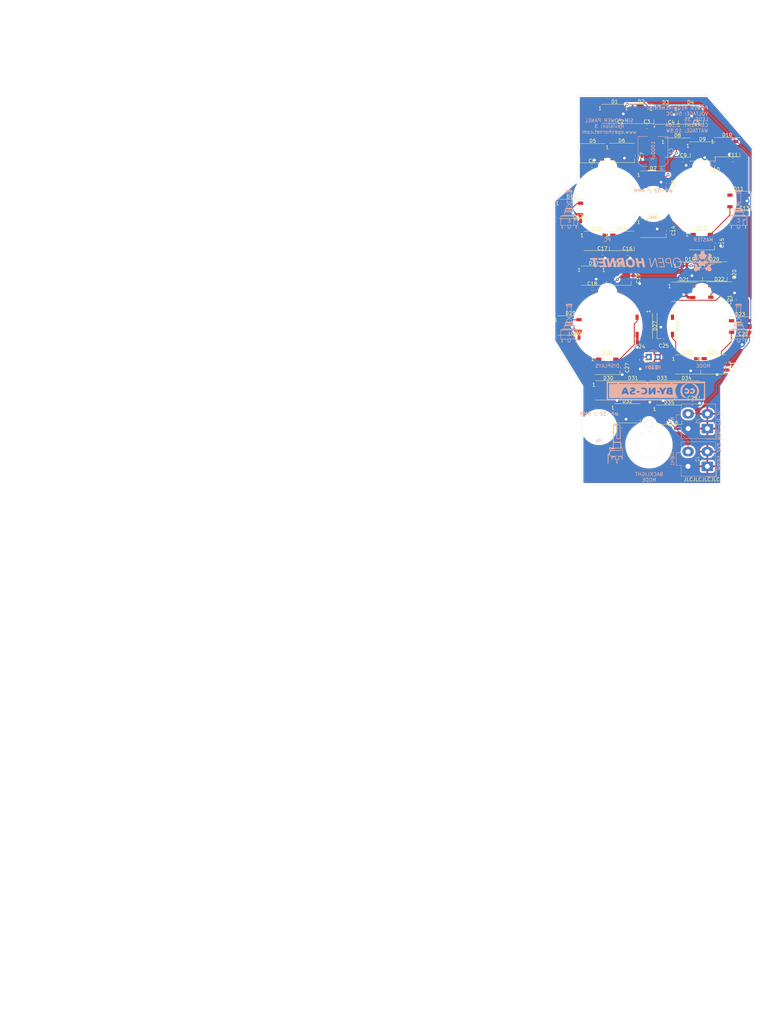
<source format=kicad_pcb>
(kicad_pcb (version 20211014) (generator pcbnew)
  (title_block (title "SIM POWER PANEL") (date "2023-02-10") (rev "3"))
  (layers (0 "F.Cu" signal) (31 "B.Cu" signal) (34 "B.Paste" user) (35 "F.Paste" user) (36 "B.SilkS" user "B.Silkscreen") (37 "F.SilkS" user "F.Silkscreen") (38 "B.Mask" user) (39 "F.Mask" user) (44 "Edge.Cuts" user))
  (net 0 "")
  (net 1 "/LEDGND")
  (net 2 "/LED+5V")
  (net 3 "Net-(D2-Pad2)")
  (net 4 "/DATAIN")
  (net 5 "Net-(D3-Pad2)")
  (net 6 "Net-(D4-Pad2)")
  (net 7 "Net-(D5-Pad2)")
  (net 8 "Net-(D6-Pad2)")
  (net 9 "Net-(D7-Pad2)")
  (net 10 "Net-(D8-Pad2)")
  (net 11 "Net-(D10-Pad4)")
  (net 12 "Net-(D10-Pad2)")
  (net 13 "Net-(D11-Pad2)")
  (net 14 "Net-(D12-Pad2)")
  (net 15 "Net-(D13-Pad2)")
  (net 16 "Net-(D14-Pad2)")
  (net 17 "Net-(D15-Pad2)")
  (net 18 "Net-(D16-Pad2)")
  (net 19 "Net-(D17-Pad2)")
  (net 20 "Net-(D18-Pad2)")
  (net 21 "Net-(D19-Pad2)")
  (net 22 "Net-(D20-Pad2)")
  (net 23 "Net-(D21-Pad2)")
  (net 24 "Net-(D22-Pad2)")
  (net 25 "Net-(D23-Pad2)")
  (net 26 "Net-(D24-Pad2)")
  (net 27 "Net-(D25-Pad2)")
  (net 28 "Net-(D26-Pad2)")
  (net 29 "Net-(D27-Pad2)")
  (net 30 "Net-(D28-Pad2)")
  (net 31 "Net-(D29-Pad2)")
  (net 32 "Net-(D30-Pad2)")
  (net 33 "Net-(D31-Pad2)")
  (net 34 "Net-(D32-Pad2)")
  (net 35 "/DATAOUT")
  (net 36 "Net-(D33-Pad2)")
  (net 37 "Net-(D1-Pad2)")
  (net 38 "Net-(D34-Pad2)")
  (net 39 "Net-(D36-Pad1)")
  (footprint "OH_Footprints:LED_WS2812B_PLCC4_5.0x5.0mm_P3.2mm" (layer "F.Cu") (at 226.4 53.3)
    (fp_text reference "D1")
    (fp_text value "WS2812B")
  )
  (footprint "OH_Footprints:LED_WS2812B_PLCC4_5.0x5.0mm_P3.2mm" (layer "F.Cu") (at 233.95 53.3)
    (fp_text reference "D2")
    (fp_text value "WS2812B")
  )
  (footprint "OH_Footprints:LED_WS2812B_PLCC4_5.0x5.0mm_P3.2mm" (layer "F.Cu") (at 240.95 53.5)
    (fp_text reference "D3")
    (fp_text value "WS2812B")
  )
  (footprint "OH_Footprints:LED_WS2812B_PLCC4_5.0x5.0mm_P3.2mm" (layer "F.Cu") (at 248.05 53.5)
    (fp_text reference "D4")
    (fp_text value "WS2812B")
  )
  (footprint "OH_Footprints:LED_WS2812B_PLCC4_5.0x5.0mm_P3.2mm" (layer "F.Cu") (at 220.15 64.5)
    (fp_text reference "D5")
    (fp_text value "WS2812B")
  )
  (footprint "OH_Footprints:LED_WS2812B_PLCC4_5.0x5.0mm_P3.2mm" (layer "F.Cu") (at 228.45 64.4)
    (fp_text reference "D6")
    (fp_text value "WS2812B")
  )
  (footprint "OH_Footprints:LED_WS2812B_PLCC4_5.0x5.0mm_P3.2mm" (layer "F.Cu") (at 237.4 72.3)
    (fp_text reference "D7")
    (fp_text value "WS2812B")
  )
  (footprint "OH_Footprints:LED_WS2812B_PLCC4_5.0x5.0mm_P3.2mm" (layer "F.Cu") (at 244.35 62.9)
    (fp_text reference "D8")
    (fp_text value "WS2812B")
  )
  (footprint "OH_Footprints:LED_WS2812B_PLCC4_5.0x5.0mm_P3.2mm" (layer "F.Cu") (at 251.45 64)
    (fp_text reference "D9")
    (fp_text value "WS2812B")
  )
  (footprint "OH_Footprints:LED_WS2812B_PLCC4_5.0x5.0mm_P3.2mm" (layer "F.Cu") (at 258.5 62.8)
    (fp_text reference "D10")
    (fp_text value "WS2812B")
  )
  (footprint "OH_Footprints:LED_WS2812B_PLCC4_5.0x5.0mm_P3.2mm" (layer "F.Cu") (at 261.75 78.1)
    (fp_text reference "D11")
    (fp_text value "WS2812B")
  )
  (footprint "OH_Footprints:LED_WS2812B_PLCC4_5.0x5.0mm_P3.2mm" (layer "F.Cu") (at 251.25 89.3)
    (fp_text reference "D12")
    (fp_text value "WS2812B")
  )
  (footprint "OH_Footprints:LED_WS2812B_PLCC4_5.0x5.0mm_P3.2mm" (layer "F.Cu") (at 237.45 85.8)
    (fp_text reference "D13")
    (fp_text value "WS2812B")
  )
  (footprint "OH_Footprints:LED_WS2812B_PLCC4_5.0x5.0mm_P3.2mm" (layer "F.Cu") (at 228.35 89.5)
    (fp_text reference "D14")
    (fp_text value "WS2812B")
  )
  (footprint "OH_Footprints:LED_WS2812B_PLCC4_5.0x5.0mm_P3.2mm" (layer "F.Cu") (at 221.25 89.5)
    (fp_text reference "D15")
    (fp_text value "WS2812B")
  )
  (footprint "OH_Footprints:LED_WS2812B_PLCC4_5.0x5.0mm_P3.2mm" (layer "F.Cu") (at 214.25 80.4)
    (fp_text reference "D16")
    (fp_text value "WS2812B")
  )
  (footprint "OH_Footprints:LED_WS2812B_PLCC4_5.0x5.0mm_P3.2mm" (layer "F.Cu") (at 220.45 99.4)
    (fp_text reference "D17")
    (fp_text value "WS2812B")
  )
  (footprint "OH_Footprints:LED_WS2812B_PLCC4_5.0x5.0mm_P3.2mm" (layer "F.Cu") (at 227.45 99.4)
    (fp_text reference "D18")
    (fp_text value "WS2812B")
  )
  (footprint "OH_Footprints:LED_WS2812B_PLCC4_5.0x5.0mm_P3.2mm" (layer "F.Cu") (at 247.85 98.2)
    (fp_text reference "D19")
    (fp_text value "WS2812B")
  )
  (footprint "OH_Footprints:LED_WS2812B_PLCC4_5.0x5.0mm_P3.2mm" (layer "F.Cu") (at 254.85 98.2)
    (fp_text reference "D20")
    (fp_text value "WS2812B")
  )
  (footprint "OH_Footprints:LED_WS2812B_PLCC4_5.0x5.0mm_P3.2mm" (layer "F.Cu") (at 246.25 104)
    (fp_text reference "D21")
    (fp_text value "WS2812B")
  )
  (footprint "OH_Footprints:LED_WS2812B_PLCC4_5.0x5.0mm_P3.2mm" (layer "F.Cu") (at 256.3 103.9)
    (fp_text reference "D22")
    (fp_text value "WS2812B")
  )
  (footprint "OH_Footprints:LED_WS2812B_PLCC4_5.0x5.0mm_P3.2mm" (layer "F.Cu") (at 262.2 113.9)
    (fp_text reference "D23")
    (fp_text value "WS2812B")
  )
  (footprint "OH_Footprints:LED_WS2812B_PLCC4_5.0x5.0mm_P3.2mm" (layer "F.Cu") (at 254.4 124.7)
    (fp_text reference "D24")
    (fp_text value "WS2812B")
  )
  (footprint "OH_Footprints:LED_WS2812B_PLCC4_5.0x5.0mm_P3.2mm" (layer "F.Cu") (at 247.35 124.7)
    (fp_text reference "D25")
    (fp_text value "WS2812B")
  )
  (footprint "OH_Footprints:LED_WS2812B_PLCC4_5.0x5.0mm_P3.2mm" (layer "F.Cu") (at 241.25 113.7 -90)
    (fp_text reference "D26")
    (fp_text value "WS2812B")
  )
  (footprint "OH_Footprints:LED_WS2812B_PLCC4_5.0x5.0mm_P3.2mm" (layer "F.Cu") (at 234.45 113.7 -90)
    (fp_text reference "D27")
    (fp_text value "WS2812B")
  )
  (footprint "OH_Footprints:LED_WS2812B_PLCC4_5.0x5.0mm_P3.2mm" (layer "F.Cu") (at 224.3 124.85)
    (fp_text reference "D28")
    (fp_text value "WS2812B")
  )
  (footprint "OH_Footprints:LED_WS2812B_PLCC4_5.0x5.0mm_P3.2mm" (layer "F.Cu") (at 213.8 113.6)
    (fp_text reference "D29")
    (fp_text value "WS2812B")
  )
  (footprint "OH_Footprints:LED_WS2812B_PLCC4_5.0x5.0mm_P3.2mm" (layer "F.Cu") (at 224.6 132.1)
    (fp_text reference "D30")
    (fp_text value "WS2812B")
  )
  (footprint "OH_Footprints:LED_WS2812B_PLCC4_5.0x5.0mm_P3.2mm" (layer "F.Cu") (at 231.65 132.1)
    (fp_text reference "D31")
    (fp_text value "WS2812B")
  )
  (footprint "OH_Footprints:LED_WS2812B_PLCC4_5.0x5.0mm_P3.2mm" (layer "F.Cu") (at 230.05 138.65)
    (fp_text reference "D32")
    (fp_text value "WS2812B")
  )
  (footprint "OH_Footprints:R_0603_1608Metric" (layer "F.Cu") (at 234.091 123.403 -90)
    (fp_text reference "R1")
    (fp_text value "R")
  )
  (footprint "OH_Footprints:LED_WS2812B_PLCC4_5.0x5.0mm_P3.2mm" (layer "F.Cu") (at 239.9 132.1)
    (fp_text reference "D33")
    (fp_text value "WS2812B")
  )
  (footprint "OH_Footprints:C_0603_1608Metric" (layer "F.Cu") (at 228.138 56.95)
    (fp_text reference "C2")
    (fp_text value "C")
  )
  (footprint "OH_Footprints:C_0603_1608Metric" (layer "F.Cu") (at 235.6 56.95)
    (fp_text reference "C3")
    (fp_text value "C")
  )
  (footprint "OH_Footprints:C_0603_1608Metric" (layer "F.Cu") (at 249.7 57.1)
    (fp_text reference "C5")
    (fp_text value "C")
  )
  (footprint "OH_Footprints:C_0603_1608Metric" (layer "F.Cu") (at 232.8 65.1875 -90)
    (fp_text reference "C7")
    (fp_text value "C")
  )
  (footprint "OH_Footprints:C_0603_1608Metric" (layer "F.Cu") (at 241.7 73.1125 -90)
    (fp_text reference "C8")
    (fp_text value "C")
  )
  (footprint "OH_Footprints:C_0603_1608Metric" (layer "F.Cu") (at 246.012 66.525)
    (fp_text reference "C9")
    (fp_text value "C")
  )
  (footprint "OH_Footprints:C_0603_1608Metric" (layer "F.Cu") (at 254.962 67.65 180)
    (fp_text reference "C10")
    (fp_text value "C")
  )
  (footprint "OH_Footprints:C_0603_1608Metric" (layer "F.Cu") (at 260.15 66.4)
    (fp_text reference "C11")
    (fp_text value "C")
  )
  (footprint "OH_Footprints:C_0603_1608Metric" (layer "F.Cu") (at 215.912 83.975)
    (fp_text reference "C12")
    (fp_text value "C")
  )
  (footprint "OH_Footprints:C_0603_1608Metric" (layer "F.Cu") (at 263.412 81.625)
    (fp_text reference "C13")
    (fp_text value "C")
  )
  (footprint "OH_Footprints:C_0603_1608Metric" (layer "F.Cu") (at 241.725 86.6125 -90)
    (fp_text reference "C14")
    (fp_text value "C")
  )
  (footprint "OH_Footprints:C_0603_1608Metric" (layer "F.Cu") (at 255.575 90.1125 -90)
    (fp_text reference "C15")
    (fp_text value "C")
  )
  (footprint "OH_Footprints:C_0603_1608Metric" (layer "F.Cu") (at 230.038 93.125)
    (fp_text reference "C16")
    (fp_text value "C")
  )
  (footprint "OH_Footprints:C_0603_1608Metric" (layer "F.Cu") (at 222.912 93.075)
    (fp_text reference "C17")
    (fp_text value "C")
  )
  (footprint "OH_Footprints:LED_WS2812B_PLCC4_5.0x5.0mm_P3.2mm" (layer "F.Cu") (at 246.9 132.1)
    (fp_text reference "D34")
    (fp_text value "WS2812B")
  )
  (footprint "OH_Footprints:LED_WS2812B_PLCC4_5.0x5.0mm_P3.2mm" (layer "F.Cu") (at 241.95 139.05)
    (fp_text reference "D35")
    (fp_text value "WS2812B")
  )
  (footprint "OH_Footprints:C_0603_1608Metric" (layer "F.Cu") (at 242.588 57.1)
    (fp_text reference "C4")
    (fp_text value "C")
  )
  (footprint "OH_Footprints:C_0603_1608Metric" (layer "F.Cu") (at 219.912 68.1)
    (fp_text reference "C6")
    (fp_text value "C")
  )
  (footprint "OH_Footprints:C_0603_1608Metric" (layer "F.Cu") (at 220.025 103.125)
    (fp_text reference "C18")
    (fp_text value "C")
  )
  (footprint "OH_Footprints:C_0603_1608Metric" (layer "F.Cu") (at 231.725 100.2 -90)
    (fp_text reference "C19")
    (fp_text value "C")
  )
  (footprint "OH_Footprints:C_0603_1608Metric" (layer "F.Cu") (at 259.125 99.025 -90)
    (fp_text reference "C20")
    (fp_text value "C")
  )
  (footprint "OH_Footprints:C_0603_1608Metric" (layer "F.Cu") (at 260.61 106.315 90)
    (fp_text reference "C21")
    (fp_text value "C")
  )
  (footprint "OH_Footprints:C_0603_1608Metric" (layer "F.Cu") (at 263.125 117.39)
    (fp_text reference "C22")
    (fp_text value "C")
  )
  (footprint "OH_Footprints:C_0603_1608Metric" (layer "F.Cu") (at 258.675 125.525 -90)
    (fp_text reference "C23")
    (fp_text value "C")
  )
  (footprint "OH_Footprints:C_0603_1608Metric" (layer "F.Cu") (at 233.65 118.225 180)
    (fp_text reference "C24")
    (fp_text value "C")
  )
  (footprint "OH_Footprints:C_0603_1608Metric" (layer "F.Cu") (at 240.425 117.975 180)
    (fp_text reference "C25")
    (fp_text value "C")
  )
  (footprint "OH_Footprints:C_0603_1608Metric" (layer "F.Cu") (at 215.45 117.225)
    (fp_text reference "C26")
    (fp_text value "C")
  )
  (footprint "OH_Footprints:C_0603_1608Metric" (layer "F.Cu") (at 228.575 125.675 -90)
    (fp_text reference "C27")
    (fp_text value "C")
  )
  (footprint "OH_Footprints:C_0603_1608Metric" (layer "F.Cu") (at 248.575 135.725)
    (fp_text reference "C29")
    (fp_text value "C")
  )
  (footprint "OH_Footprints:C_0603_1608Metric" (layer "F.Cu") (at 227.91 142.83 90)
    (fp_text reference "C28")
    (fp_text value "C")
  )
  (footprint "OH_Footprints:S3AL_Toggle_Silkscreen" (layer "F.Cu") (at 213.3 80.64)
    (fp_text reference "LOGO1" hide)
    (fp_text value "OH_S2AL_Silkscreen" hide)
  )
  (footprint "OH_Footprints:S3AL_Toggle_Silkscreen" (layer "F.Cu") (at 261.61 80.64)
    (fp_text reference "LOGO2" hide)
    (fp_text value "OH_S2AL_Silkscreen" hide)
  )
  (footprint "OH_Footprints:S3AL_Toggle_Silkscreen" (layer "F.Cu") (at 213.3 113.07)
    (fp_text reference "LOGO3" hide)
    (fp_text value "OH_S3AL_Silkscreen" hide)
  )
  (footprint "OH_Footprints:S3AL_Toggle_Silkscreen" (layer "F.Cu") (at 261.61 113.07)
    (fp_text reference "LOGO4" hide)
    (fp_text value "OH_S3AL_Silkscreen" hide)
  )
  (footprint "OH_Footprints:OH_Panel_6-32_PHS" (layer "F.Cu") (at 237.46 78.97)
    (fp_text reference "H1" hide)
    (fp_text value "OHPanelScrew" hide)
  )
  (footprint "OH_Footprints:OH_Panel_6-32_PHS" (layer "F.Cu") (at 221.96 142.57)
    (fp_text reference "H2" hide)
    (fp_text value "OHPanelScrew" hide)
  )
  (footprint "OH_Backlighting:100SPX_Toggle_13mm_x_18mm" (layer "F.Cu") (at 251.28 78.17 180)
    (fp_text reference "REF**" hide)
    (fp_text value "100SPX_Toggle_13mm_x_18mm" hide)
  )
  (footprint "OH_Backlighting:100SPX_Toggle_13mm_x_18mm" (layer "F.Cu") (at 224.37 78.13 180)
    (fp_text reference "REF**" hide)
    (fp_text value "100SPX_Toggle_13mm_x_18mm" hide)
  )
  (footprint "OH_Backlighting:100SPX_Toggle_13mm_x_18mm" (layer "F.Cu") (at 251.28 113.77 180)
    (fp_text reference "REF**" hide)
    (fp_text value "100SPX_Toggle_13mm_x_18mm" hide)
  )
  (footprint "OH_Backlighting:100SPX_Toggle_13mm_x_18mm" (layer "F.Cu") (at 224.4 113.78 180)
    (fp_text reference "REF**" hide)
    (fp_text value "100SPX_Toggle_13mm_x_18mm" hide)
  )
  (footprint "OH_Backlighting:BR10K_Pot_11mm_x_11mm" (layer "F.Cu") (at 236.2 147.6 180)
    (fp_text reference "REF**" hide)
    (fp_text value "BR10K_Pot_11mm_x_11mm" hide)
  )
  (footprint "OH_Backlighting:BR10K_Pot_Silkscreen" (layer "F.Cu") (at 226.61 147.38)
    (fp_text reference "LOGO7" hide)
    (fp_text value "BR10K Pot" hide)
  )
  (footprint "OH_Footprints:C_0603_1608Metric" (layer "F.Cu") (at 243.055 142.86)
    (fp_text reference "C30")
    (fp_text value "C")
  )
  (footprint "OH_Footprints:CP_Elec_8x10" (layer "B.Cu") (at 237.33 63.99 90)
    (fp_text reference "C1")
    (fp_text value "C_Polarized")
  )
  (footprint "OH_Footprints:LED_D3.0mm" (layer "B.Cu") (at 236.113 122.588)
    (fp_text reference "D36")
    (fp_text value "LED")
  )
  (footprint "OH_Footprints:Molex_Mini-Fit_Jr_5566-04A_2x02_P4.20mm_Vertical" (layer "B.Cu") (at 252.87 142.99 90)
    (fp_text reference "J1")
    (fp_text value "Conn_01x04_Female")
  )
  (footprint "OH_Footprints:Molex_Mini-Fit_Jr_5566-04A_2x02_P4.20mm_Vertical" (layer "B.Cu") (at 252.85 153.76 90)
    (fp_text reference "J2")
    (fp_text value "Conn_01x04_Female")
  )
  (footprint "OH_Footprints:OH_LOGO_37.7mm_5.9mm" (layer "B.Cu") (at 238.18 95.31 180)
    (fp_text reference "LOGO5" hide)
    (fp_text value "OpenHornetLogoSmall" hide)
  )
  (footprint "OH_Footprints:CC-BY-NC-SA-Small" (layer "B.Cu") (at 238.257324 132.26 180)
    (fp_text reference "LOGO6" hide)
    (fp_text value "CC-BY-NC-SA_Icon" hide)
  )
  (gr_line (start 216 48) (end 253 48) (layer "Edge.Cuts") (width 0.05))
  (gr_line (start 209 78) (end 216 72) (layer "Edge.Cuts") (width 0.05))
  (gr_line (start 257 159) (end 257 131) (layer "Edge.Cuts") (width 0.05))
  (gr_line (start 209 118) (end 209 78) (layer "Edge.Cuts") (width 0.05))
  (gr_line (start 217 131) (end 209 118) (layer "Edge.Cuts") (width 0.05))
  (gr_line (start 266 117) (end 266 63) (layer "Edge.Cuts") (width 0.05))
  (gr_line (start 257 131) (end 266 117) (layer "Edge.Cuts") (width 0.05))
  (gr_line (start 253 48) (end 266 63) (layer "Edge.Cuts") (width 0.05))
  (gr_line (start 217 159) (end 257 159) (layer "Edge.Cuts") (width 0.05))
  (gr_line (start 217 159) (end 217 131) (layer "Edge.Cuts") (width 0.05))
  (gr_line (start 216 72) (end 216 48) (layer "Edge.Cuts") (width 0.05))
  (gr_text "READY" (at 237.3322 125.6106) (layer "B.SilkS") (effects (font (size 1 1)) (justify mirror)))
  (gr_text "DISPLAYS" (at 224.31 125.11) (layer "B.SilkS") (effects (font (size 1 1)) (justify mirror)))
  (gr_text "POWER REQUIREMENTS:\nVOLTAGE: 5V DC\nLEDS: 35\nCURRENT: 2.10A\nWATTAGE: 10.5W" (at 253.18 54.85) (layer "B.SilkS") (effects (font (size 1 1)) (justify left mirror)))
  (gr_text "Molex 2X2 Mini-Fit Jr." (at 256.15 146.19 270) (layer "B.SilkS") (effects (font (size 1 1)) (justify mirror)))
  (gr_text "IN" (at 242.78 140.38 270) (layer "B.SilkS") (effects (font (size 1 1)) (justify mirror)))
  (gr_text "BACKLIGHT\nMODE" (at 236.26 156.81) (layer "B.SilkS") (effects (font (size 1 1)) (justify mirror)))
  (gr_text "MODE" (at 251.69 125.11) (layer "B.SilkS") (effects (font (size 1 1)) (justify mirror)))
  (gr_text "1000uF" (at 237.39 63.86 90) (layer "B.SilkS") (effects (font (size 1 1)) (justify mirror)))
  (gr_text "THRU" (at 242.78 151.6 270) (layer "B.SilkS") (effects (font (size 1 1)) (justify mirror)))
  (gr_text "MASTER" (at 251.69 89.2) (layer "B.SilkS") (effects (font (size 1 1)) (justify mirror)))
  (gr_text "PC" (at 224.31 89.2) (layer "B.SilkS") (effects (font (size 1 1)) (justify mirror)))
  (gr_text "SIM POWER PANEL\nRevision: 3\nwww.openhornet.com" (at 224.8662 56.7944) (layer "B.SilkS") (effects (font (size 1 1)) (justify mirror)))
  (gr_text "JLCJLCJLCJLC" (at 251.26 157.5) (layer "F.SilkS") (effects (font (size 1 1))))
  (segment (start 237.76 56.95) (end 237.76 56.95) (width 0.75) (layer "F.Cu") (net 1))
  (segment (start 246.7995 67.9705) (end 246.7995 67.9705) (width 0.75) (layer "F.Cu") (net 1))
  (segment (start 256.65 90.9) (end 256.65 90.9) (width 0.75) (layer "F.Cu") (net 1))
  (segment (start 230.84 94.37) (end 230.8255 94.3455) (width 0.75) (layer "F.Cu") (net 1))
  (segment (start 223.69 94.38) (end 223.6995 94.3705) (width 0.75) (layer "F.Cu") (net 1))
  (segment (start 260.55 99.74) (end 260.48 99.8) (width 0.75) (layer "F.Cu") (net 1))
  (segment (start 250.64 135.75) (end 250.615 135.725) (width 0.75) (layer "F.Cu") (net 1))
  (segment (start 240.19 135.04) (end 240.19 135.04) (width 0.75) (layer "F.Cu") (net 1))
  (segment (start 227.06 134.98) (end 227.05 134.96) (width 0.75) (layer "F.Cu") (net 1))
  (segment (start 236.44 135.47) (end 236.36 135.55) (width 0.75) (layer "F.Cu") (net 1))
  (segment (start 228.575 127.595) (end 228.575 127.595) (width 0.75) (layer "F.Cu") (net 1))
  (segment (start 232.875 119.825) (end 232.875 119.825) (width 0.75) (layer "F.Cu") (net 1))
  (segment (start 260.61 104.31) (end 260.61 104.31) (width 0.75) (layer "F.Cu") (net 1))
  (segment (start 262.755 119.045) (end 262.74 119.06) (width 0.75) (layer "F.Cu") (net 1))
  (segment (start 238.54 86.07) (end 238.56 86.07) (width 0.75) (layer "F.Cu") (net 1))
  (segment (start 229.6425 140.3225) (end 227.91 142.055) (width 0.75) (layer "F.Cu") (net 1))
  (segment (start 255.65 127.6) (end 255.65 127.6) (width 0.75) (layer "F.Cu") (net 1))
  (segment (start 230.8 91.1) (end 230.8 93.0995) (width 0.75) (layer "F.Cu") (net 1))
  (segment (start 229.1898 65.9011) (end 229.4758 65.9011) (width 0.75) (layer "F.Cu") (net 1))
  (segment (start 248.2619 126.5128) (end 248.4747 126.3) (width 0.75) (layer "F.Cu") (net 1))
  (segment (start 230.9 66) (end 232.775 66) (width 0.75) (layer "F.Cu") (net 1))
  (segment (start 250.5 55.1) (end 249.559 55.1) (width 0.75) (layer "F.Cu") (net 1))
  (segment (start 232.875 118.225) (end 232.875 119.825) (width 0.75) (layer "F.Cu") (net 1))
  (segment (start 215.39 115.2) (end 214.28 114.09) (width 0.75) (layer "F.Cu") (net 1))
  (segment (start 260.95 64.4) (end 260.9375 64.4125) (width 0.75) (layer "F.Cu") (net 1))
  (segment (start 229.4758 65.9011) (end 229.5747 66) (width 0.75) (layer "F.Cu") (net 1))
  (segment (start 256.85 126.4) (end 255.65 127.6) (width 0.75) (layer "F.Cu") (net 1))
  (segment (start 255.575 90.9) (end 256.65 90.9) (width 0.75) (layer "F.Cu") (net 1))
  (segment (start 221.5747 102.3503) (end 221.5747 101) (width 0.75) (layer "F.Cu") (net 1))
  (segment (start 236.3875 56.95) (end 237.76 56.95) (width 0.75) (layer "F.Cu") (net 1))
  (segment (start 228.85 53.3337) (end 228.85 54.9) (width 0.75) (layer "F.Cu") (net 1))
  (segment (start 259.125 99.8) (end 257.3 99.8) (width 0.75) (layer "F.Cu") (net 1))
  (segment (start 216.25 117.2) (end 216.25 115.2) (width 0.75) (layer "F.Cu") (net 1))
  (segment (start 230.9 66) (end 229.5747 66) (width 0.75) (layer "F.Cu") (net 1))
  (segment (start 246.7995 64.5005) (end 246.7995 66.525) (width 0.75) (layer "F.Cu") (net 1))
  (segment (start 260.61 105.54) (end 260.61 104.31) (width 0.75) (layer "F.Cu") (net 1))
  (segment (start 223.6995 91.1005) (end 223.6995 93.075) (width 0.75) (layer "F.Cu") (net 1))
  (segment (start 228.9255 54.9755) (end 228.9255 56.95) (width 0.75) (layer "F.Cu") (net 1))
  (segment (start 260.61 105.54) (end 258.79 105.54) (width 0.75) (layer "F.Cu") (net 1))
  (segment (start 250.5 55.1) (end 250.4875 55.1125) (width 0.75) (layer "F.Cu") (net 1))
  (segment (start 234.1 133.7) (end 234.67 133.7) (width 0.75) (layer "F.Cu") (net 1))
  (segment (start 220.9128 66.4619) (end 221.2747 66.1) (width 0.75) (layer "F.Cu") (net 1))
  (segment (start 243.4 55.1) (end 243.4 57.0755) (width 0.75) (layer "F.Cu") (net 1))
  (segment (start 264.2 78.1612) (end 264.1388 78.1) (width 0.75) (layer "F.Cu") (net 1))
  (segment (start 252.4295 65.7452) (end 252.5747 65.6) (width 0.75) (layer "F.Cu") (net 1))
  (segment (start 248.7 105.6) (end 247.3747 105.6) (width 0.75) (layer "F.Cu") (net 1))
  (segment (start 232.875 117.5003) (end 232.875 118.225) (width 0.75) (layer "F.Cu") (net 1))
  (segment (start 221.5747 100.8271) (end 221.5747 101) (width 0.75) (layer "F.Cu") (net 1))
  (segment (start 230.8255 93.125) (end 230.84 94.37) (width 0.75) (layer "F.Cu") (net 1))
  (segment (start 223.7 91.1) (end 223.6995 91.1005) (width 0.75) (layer "F.Cu") (net 1))
  (segment (start 216.6995 82.0005) (end 216.6995 83.975) (width 0.75) (layer "F.Cu") (net 1))
  (segment (start 233.6871 125.9784) (end 234.091 125.5745) (width 0.75) (layer "F.Cu") (net 1))
  (segment (start 241.53 133.7) (end 240.19 135.04) (width 0.75) (layer "F.Cu") (net 1))
  (segment (start 239.9 87.4) (end 239.89 87.4) (width 0.75) (layer "F.Cu") (net 1))
  (segment (start 214.9593 81.5846) (end 215.3747 82) (width 0.75) (layer "F.Cu") (net 1))
  (segment (start 232.4374 101.6874) (end 231.725 100.975) (width 0.75) (layer "F.Cu") (net 1))
  (segment (start 228.8837 53.3) (end 228.85 53.3337) (width 0.75) (layer "F.Cu") (net 1))
  (segment (start 228.85 54.9) (end 228.9255 54.9755) (width 0.75) (layer "F.Cu") (net 1))
  (segment (start 216.225 117.225) (end 216.25 117.2) (width 0.75) (layer "F.Cu") (net 1))
  (segment (start 243.4 53.5272) (end 243.4 55.1) (width 0.75) (layer "F.Cu") (net 1))
  (segment (start 259.1706 64.8541) (end 259.6247 64.4) (width 0.75) (layer "F.Cu") (net 1))
  (segment (start 244.4 140.65) (end 244.4 142.29) (width 0.75) (layer "F.Cu") (net 1))
  (segment (start 223.6995 93.075) (end 223.69 94.38) (width 0.75) (layer "F.Cu") (net 1))
  (segment (start 249.8 126.3) (end 248.4747 126.3) (width 0.75) (layer "F.Cu") (net 1))
  (segment (start 239.85 73.9) (end 241.7 73.9) (width 0.75) (layer "F.Cu") (net 1))
  (segment (start 264.2 79.7) (end 264.1995 79.7005) (width 0.75) (layer "F.Cu") (net 1))
  (segment (start 258.79 105.54) (end 258.75 105.5) (width 0.75) (layer "F.Cu") (net 1))
  (segment (start 243.96 142.99) (end 243.83 142.86) (width 0.75) (layer "F.Cu") (net 1))
  (segment (start 243.3728 53.5) (end 243.4 53.5272) (width 0.75) (layer "F.Cu") (net 1))
  (segment (start 228.575 126.45) (end 228.575 127.595) (width 0.75) (layer "F.Cu") (net 1))
  (segment (start 233.5605 101.6874) (end 232.4374 101.6874) (width 0.75) (layer "F.Cu") (net 1))
  (segment (start 239.89 87.4) (end 238.54 86.07) (width 0.75) (layer "F.Cu") (net 1))
  (segment (start 220.8 103.125) (end 221.5747 102.3503) (width 0.75) (layer "F.Cu") (net 1))
  (segment (start 221.141 100.3934) (end 221.5747 100.8271) (width 0.75) (layer "F.Cu") (net 1))
  (segment (start 250.3 99.8) (end 248.9747 99.8) (width 0.75) (layer "F.Cu") (net 1))
  (segment (start 244.4 142.29) (end 243.83 142.86) (width 0.75) (layer "F.Cu") (net 1))
  (segment (start 239.85 73.9) (end 239.85 72.94) (width 0.75) (layer "F.Cu") (net 1))
  (segment (start 231.2503 100.975) (end 231.2253 101) (width 0.75) (layer "F.Cu") (net 1))
  (segment (start 216.25 115.2) (end 215.39 115.2) (width 0.75) (layer "F.Cu") (net 1))
  (segment (start 229.9 101) (end 231.2253 101) (width 0.75) (layer "F.Cu") (net 1))
  (segment (start 243.4 57.0755) (end 243.3755 57.1) (width 0.75) (layer "F.Cu") (net 1))
  (segment (start 239.5911 114.0724) (end 239.65 114.1313) (width 0.75) (layer "F.Cu") (net 1))
  (segment (start 242.35 133.7) (end 241.53 133.7) (width 0.75) (layer "F.Cu") (net 1))
  (segment (start 232.5 140.25) (end 229.715 140.25) (width 0.75) (layer "F.Cu") (net 1))
  (segment (start 253.9 65.6) (end 252.5747 65.6) (width 0.75) (layer "F.Cu") (net 1))
  (segment (start 230.8 93.0995) (end 230.8255 93.125) (width 0.75) (layer "F.Cu") (net 1))
  (segment (start 249.35 133.9046) (end 249.35 135.725) (width 0.75) (layer "F.Cu") (net 1))
  (segment (start 252.0872 65.7452) (end 252.4295 65.7452) (width 0.75) (layer "F.Cu") (net 1))
  (segment (start 226.75 126.45) (end 228.575 126.45) (width 0.75) (layer "F.Cu") (net 1))
  (segment (start 249.1454 133.7) (end 249.35 133.9046) (width 0.75) (layer "F.Cu") (net 1))
  (segment (start 264.65 115.5) (end 264.65 116.64) (width 0.75) (layer "F.Cu") (net 1))
  (segment (start 220.6995 66.4619) (end 220.9128 66.4619) (width 0.75) (layer "F.Cu") (net 1))
  (segment (start 220.6995 66.4619) (end 220.6995 68.1) (width 0.75) (layer "F.Cu") (net 1))
  (segment (start 249.35 133.7) (end 249.1454 133.7) (width 0.75) (layer "F.Cu") (net 1))
  (segment (start 222.9 101) (end 221.5747 101) (width 0.75) (layer "F.Cu") (net 1))
  (segment (start 239.9 87.4) (end 241.725 87.4) (width 0.75) (layer "F.Cu") (net 1))
  (segment (start 234.67 133.7) (end 236.44 135.47) (width 0.75) (layer "F.Cu") (net 1))
  (segment (start 263.9 117.39) (end 263.9 117.9) (width 0.75) (layer "F.Cu") (net 1))
  (segment (start 253.9 65.6) (end 254.1745 65.8745) (width 0.75) (layer "F.Cu") (net 1))
  (segment (start 246.8 64.5) (end 246.7995 64.5005) (width 0.75) (layer "F.Cu") (net 1))
  (segment (start 220.6742 66.4619) (end 220.6995 66.4619) (width 0.75) (layer "F.Cu") (net 1))
  (segment (start 216.7 82) (end 215.3747 82) (width 0.75) (layer "F.Cu") (net 1))
  (segment (start 214.4752 81.5846) (end 214.9593 81.5846) (width 0.75) (layer "F.Cu") (net 1))
  (segment (start 236.3875 54.9125) (end 236.3875 56.95) (width 0.75) (layer "F.Cu") (net 1))
  (segment (start 236.4 54.9) (end 236.3875 54.9125) (width 0.75) (layer "F.Cu") (net 1))
  (segment (start 256.85 126.3) (end 258.1753 126.3) (width 0.75) (layer "F.Cu") (net 1))
  (segment (start 232.775 66) (end 232.8 65.975) (width 0.75) (layer "F.Cu") (net 1))
  (segment (start 263.9 117.9) (end 262.755 119.045) (width 0.75) (layer "F.Cu") (net 1))
  (segment (start 258.1753 126.3) (end 258.675 126.3) (width 0.75) (layer "F.Cu") (net 1))
  (segment (start 260.95 64.4) (end 259.6247 64.4) (width 0.75) (layer "F.Cu") (net 1))
  (segment (start 247.37 142.99) (end 243.96 142.99) (width 0.75) (layer "F.Cu") (net 1))
  (segment (start 254.1745 65.8745) (end 254.1745 67.65) (width 0.75) (layer "F.Cu") (net 1))
  (segment (start 260.9375 64.4125) (end 260.9375 66.4) (width 0.75) (layer "F.Cu") (net 1))
  (segment (start 246.7995 66.525) (end 246.7995 67.9705) (width 0.75) (layer "F.Cu") (net 1))
  (segment (start 259.125 99.8) (end 260.55 99.74) (width 0.75) (layer "F.Cu") (net 1))
  (segment (start 231.725 100.975) (end 231.2503 100.975) (width 0.75) (layer "F.Cu") (net 1))
  (segment (start 239.85 72.94) (end 239.65 72.74) (width 0.75) (layer "F.Cu") (net 1))
  (segment (start 232.85 116.15) (end 232.85 117.4753) (width 0.75) (layer "F.Cu") (net 1))
  (segment (start 246.0837 104.7965) (end 246.5712 104.7965) (width 0.75) (layer "F.Cu") (net 1))
  (segment (start 253.7 90.9) (end 255.0253 90.9) (width 0.75) (layer "F.Cu") (net 1))
  (segment (start 232.85 117.4753) (end 232.875 117.5003) (width 0.75) (layer "F.Cu") (net 1))
  (segment (start 248.5884 99.4137) (end 248.9747 99.8) (width 0.75) (layer "F.Cu") (net 1))
  (segment (start 248.0932 126.5128) (end 248.2619 126.5128) (width 0.75) (layer "F.Cu") (net 1))
  (segment (start 234.091 125.5745) (end 234.091 124.1905) (width 0.75) (layer "F.Cu") (net 1))
  (segment (start 255.575 90.9) (end 255.0253 90.9) (width 0.75) (layer "F.Cu") (net 1))
  (segment (start 222.6 66.1) (end 221.2747 66.1) (width 0.75) (layer "F.Cu") (net 1))
  (segment (start 256.85 126.3) (end 256.85 126.4) (width 0.75) (layer "F.Cu") (net 1))
  (segment (start 264.2 79.7) (end 264.2 78.1612) (width 0.75) (layer "F.Cu") (net 1))
  (segment (start 248.4416 99.4137) (end 248.5884 99.4137) (width 0.75) (layer "F.Cu") (net 1))
  (segment (start 239.65 117.975) (end 239.65 116.15) (width 0.75) (layer "F.Cu") (net 1))
  (segment (start 216.7 82) (end 216.6995 82.0005) (width 0.75) (layer "F.Cu") (net 1))
  (segment (start 246.5712 104.7965) (end 247.3747 105.6) (width 0.75) (layer "F.Cu") (net 1))
  (segment (start 239.65 114.1313) (end 239.65 116.15) (width 0.75) (layer "F.Cu") (net 1))
  (segment (start 249.559 55.1) (end 248.392 53.933) (width 0.75) (layer "F.Cu") (net 1))
  (segment (start 249.35 135.725) (end 250.64 135.75) (width 0.75) (layer "F.Cu") (net 1))
  (segment (start 229.715 140.25) (end 229.6425 140.3225) (width 0.75) (layer "F.Cu") (net 1))
  (segment (start 227.05 133.7) (end 227.06 134.98) (width 0.75) (layer "F.Cu") (net 1))
  (segment (start 264.65 116.64) (end 263.9 117.39) (width 0.75) (layer "F.Cu") (net 1))
  (segment (start 264.1995 79.7005) (end 264.1995 81.625) (width 0.75) (layer "F.Cu") (net 1))
  (segment (start 250.4875 55.1125) (end 250.4875 57.1) (width 0.75) (layer "F.Cu") (net 1))
  (segment (start 259.0727 64.8541) (end 259.1706 64.8541) (width 0.75) (layer "F.Cu") (net 1))
  (via (at 232.875 119.825) (size 1.5) (drill 0.75) (layers "F.Cu" "B.Cu") (net 1))
  (via (at 230.84 94.37) (size 1.5) (drill 0.75) (layers "F.Cu" "B.Cu") (net 1))
  (via (at 227.06 134.98) (size 1.5) (drill 0.75) (layers "F.Cu" "B.Cu") (net 1))
  (via (at 233.6871 125.9784) (size 1.5) (drill 0.75) (layers "F.Cu" "B.Cu") (net 1))
  (via (at 248.4416 99.4137) (size 1.5) (drill 0.75) (layers "F.Cu" "B.Cu") (net 1))
  (via (at 239.65 72.74) (size 1.5) (drill 0.75) (layers "F.Cu" "B.Cu") (net 1))
  (via (at 260.55 99.74) (size 1.5) (drill 0.75) (layers "F.Cu" "B.Cu") (net 1))
  (via (at 233.5605 101.6874) (size 1.5) (drill 0.75) (layers "F.Cu" "B.Cu") (net 1))
  (via (at 214.4752 81.5846) (size 1.5) (drill 0.75) (layers "F.Cu" "B.Cu") (net 1))
  (via (at 256.65 90.9) (size 1.5) (drill 0.75) (layers "F.Cu" "B.Cu") (net 1))
  (via (at 236.44 135.47) (size 1.5) (drill 0.75) (layers "F.Cu" "B.Cu") (net 1))
  (via (at 239.5911 114.0724) (size 1.5) (drill 0.75) (layers "F.Cu" "B.Cu") (net 1))
  (via (at 246.0837 104.7965) (size 1.5) (drill 0.75) (layers "F.Cu" "B.Cu") (net 1))
  (via (at 238.54 86.07) (size 1.5) (drill 0.75) (layers "F.Cu" "B.Cu") (net 1))
  (via (at 237.76 56.95) (size 0.8) (drill 0.4) (layers "F.Cu" "B.Cu") (net 1))
  (via (at 243.3728 53.5) (size 1.5) (drill 0.75) (layers "F.Cu" "B.Cu") (net 1))
  (via (at 262.755 119.045) (size 1.5) (drill 0.75) (layers "F.Cu" "B.Cu") (net 1))
  (via (at 246.7995 67.9705) (size 1.5) (drill 0.75) (layers "F.Cu" "B.Cu") (net 1))
  (via (at 240.19 135.04) (size 1.5) (drill 0.75) (layers "F.Cu" "B.Cu") (net 1))
  (via (at 252.0872 65.7452) (size 1.5) (drill 0.75) (layers "F.Cu" "B.Cu") (net 1))
  (via (at 229.1898 65.9011) (size 1.5) (drill 0.75) (layers "F.Cu" "B.Cu") (net 1))
  (via (at 259.0727 64.8541) (size 1.5) (drill 0.75) (layers "F.Cu" "B.Cu") (net 1))
  (via (at 248.392 53.933) (size 1.5) (drill 0.75) (layers "F.Cu" "B.Cu") (net 1))
  (via (at 229.6425 140.3225) (size 1.5) (drill 0.75) (layers "F.Cu" "B.Cu") (net 1))
  (via (at 220.6742 66.4619) (size 1.5) (drill 0.75) (layers "F.Cu" "B.Cu") (net 1))
  (via (at 223.69 94.38) (size 1.5) (drill 0.75) (layers "F.Cu" "B.Cu") (net 1))
  (via (at 228.575 127.595) (size 1.5) (drill 0.75) (layers "F.Cu" "B.Cu") (net 1))
  (via (at 221.141 100.3934) (size 1.5) (drill 0.75) (layers "F.Cu" "B.Cu") (net 1))
  (via (at 260.61 104.31) (size 1.5) (drill 0.75) (layers "F.Cu" "B.Cu") (net 1))
  (via (at 255.65 127.6) (size 1.5) (drill 0.75) (layers "F.Cu" "B.Cu") (net 1))
  (via (at 264.1388 78.1) (size 1.5) (drill 0.75) (layers "F.Cu" "B.Cu") (net 1))
  (via (at 228.8837 53.3) (size 1.5) (drill 0.75) (layers "F.Cu" "B.Cu") (net 1))
  (via (at 250.64 135.75) (size 1.5) (drill 0.75) (layers "F.Cu" "B.Cu") (net 1))
  (via (at 214.28 114.09) (size 1.5) (drill 0.75) (layers "F.Cu" "B.Cu") (net 1))
  (via (at 248.0932 126.5128) (size 1.5) (drill 0.75) (layers "F.Cu" "B.Cu") (net 1))
  (via (at 234.4348 66.2969) (size 1.5) (drill 0.75) (layers "F.Cu" "B.Cu") (net 2))
  (segment (start 236.3869 66.2969) (end 237.33 67.24) (width 0.75) (layer "B.Cu") (net 2))
  (segment (start 234.4348 66.2969) (end 236.3869 66.2969) (width 0.75) (layer "B.Cu") (net 2))
  (segment (start 242.297799 53.485203) (end 238.032992 57.75001) (width 0.25) (layer "F.Cu") (net 3))
  (segment (start 234.35001 57.75001) (end 231.5 54.9) (width 0.25) (layer "F.Cu") (net 3))
  (segment (start 242.297799 53.002201) (end 242.297799 53.485203) (width 0.25) (layer "F.Cu") (net 3))
  (segment (start 238.032992 57.75001) (end 234.35001 57.75001) (width 0.25) (layer "F.Cu") (net 3))
  (segment (start 243.4 51.9) (end 242.297799 53.002201) (width 0.25) (layer "F.Cu") (net 3))
  (segment (start 228.85 51.65) (end 229.97 50.53) (width 0.25) (layer "F.Cu") (net 4))
  (segment (start 228.85 51.7) (end 228.85 51.65) (width 0.25) (layer "F.Cu") (net 4))
  (via (at 229.97 50.53) (size 0.8) (drill 0.4) (layers "F.Cu" "B.Cu") (net 4))
  (segment (start 229.97 50.53) (end 229.97 50.53) (width 0.25) (layer "B.Cu") (net 4))
  (segment (start 232.2227 50.52) (end 232.2127 50.53) (width 0.25) (layer "B.Cu") (net 4))
  (segment (start 258.14 127.72) (end 258.14 125.251002) (width 0.25) (layer "B.Cu") (net 4))
  (segment (start 258.14 125.251002) (end 264.131133 119.259869) (width 0.25) (layer "B.Cu") (net 4))
  (segment (start 249.191002 138.79) (end 255.43 132.551002) (width 0.25) (layer "B.Cu") (net 4))
  (segment (start 264.131133 119.259869) (end 264.9 118.063854) (width 0.25) (layer "B.Cu") (net 4))
  (segment (start 264.9 114) (end 265.213801 113.686199) (width 0.25) (layer "B.Cu") (net 4))
  (segment (start 265.213801 65.123801) (end 250.61 50.52) (width 0.25) (layer "B.Cu") (net 4))
  (segment (start 255.43 132.551002) (end 255.43 130.43) (width 0.25) (layer "B.Cu") (net 4))
  (segment (start 265.213801 113.686199) (end 265.213801 65.123801) (width 0.25) (layer "B.Cu") (net 4))
  (segment (start 247.37 138.79) (end 249.191002 138.79) (width 0.25) (layer "B.Cu") (net 4))
  (segment (start 255.43 130.43) (end 258.14 127.72) (width 0.25) (layer "B.Cu") (net 4))
  (segment (start 250.61 50.52) (end 232.2227 50.52) (width 0.25) (layer "B.Cu") (net 4))
  (segment (start 232.2127 50.53) (end 229.97 50.53) (width 0.25) (layer "B.Cu") (net 4))
  (segment (start 264.9 118.063854) (end 264.9 114) (width 0.25) (layer "B.Cu") (net 4))
  (segment (start 238.5 55.1) (end 239.5753 55.1) (width 0.25) (layer "F.Cu") (net 5))
  (segment (start 242.5001 51.0747) (end 248.5994 51.0747) (width 0.25) (layer "F.Cu") (net 5))
  (segment (start 250.5 51.9) (end 249.4247 51.9) (width 0.25) (layer "F.Cu") (net 5))
  (segment (start 248.5994 51.0747) (end 249.4247 51.9) (width 0.25) (layer "F.Cu") (net 5))
  (segment (start 239.5753 53.9995) (end 242.5001 51.0747) (width 0.25) (layer "F.Cu") (net 5))
  (segment (start 239.5753 55.1) (end 239.5753 53.9995) (width 0.25) (layer "F.Cu") (net 5))
  (segment (start 224.76235 60.36765) (end 241.351844 60.36765) (width 0.25) (layer "F.Cu") (net 6))
  (segment (start 222.6 62.53) (end 224.76235 60.36765) (width 0.25) (layer "F.Cu") (net 6))
  (segment (start 222.6 62.9) (end 222.6 62.53) (width 0.25) (layer "F.Cu") (net 6))
  (segment (start 245.6 56.119494) (end 245.6 55.1) (width 0.25) (layer "F.Cu") (net 6))
  (segment (start 241.351844 60.36765) (end 245.6 56.119494) (width 0.25) (layer "F.Cu") (net 6))
  (segment (start 230.9 62.8) (end 229.8247 62.8) (width 0.25) (layer "F.Cu") (net 7))
  (segment (start 227.4501 65.1746) (end 229.8247 62.8) (width 0.25) (layer "F.Cu") (net 7))
  (segment (start 218.7753 66.1) (end 219.7007 65.1746) (width 0.25) (layer "F.Cu") (net 7))
  (segment (start 219.7007 65.1746) (end 227.4501 65.1746) (width 0.25) (layer "F.Cu") (net 7))
  (segment (start 217.7 66.1) (end 218.7753 66.1) (width 0.25) (layer "F.Cu") (net 7))
  (segment (start 227.0753 66) (end 230.95 69.8747) (width 0.25) (layer "F.Cu") (net 8))
  (segment (start 237.9494 69.8747) (end 238.7747 70.7) (width 0.25) (layer "F.Cu") (net 8))
  (segment (start 226 66) (end 227.0753 66) (width 0.25) (layer "F.Cu") (net 8))
  (segment (start 239.85 70.7) (end 238.7747 70.7) (width 0.25) (layer "F.Cu") (net 8))
  (segment (start 230.95 69.8747) (end 237.9494 69.8747) (width 0.25) (layer "F.Cu") (net 8))
  (segment (start 241.6524 70.6424) (end 240.7335 71.5613) (width 0.25) (layer "F.Cu") (net 9))
  (segment (start 244.0364 62.7721) (end 244.0364 64.4136) (width 0.25) (layer "F.Cu") (net 9))
  (segment (start 238.364 71.5613) (end 236.0253 73.9) (width 0.25) (layer "F.Cu") (net 9))
  (segment (start 240.7335 71.5613) (end 238.364 71.5613) (width 0.25) (layer "F.Cu") (net 9))
  (segment (start 234.95 73.9) (end 236.0253 73.9) (width 0.25) (layer "F.Cu") (net 9))
  (segment (start 245.5085 61.3) (end 244.0364 62.7721) (width 0.25) (layer "F.Cu") (net 9))
  (segment (start 245.7247 61.3) (end 245.5085 61.3) (width 0.25) (layer "F.Cu") (net 9))
  (segment (start 246.8 61.3) (end 245.7247 61.3) (width 0.25) (layer "F.Cu") (net 9))
  (via (at 241.6524 70.6424) (size 0.8) (drill 0.4) (layers "F.Cu" "B.Cu") (net 9))
  (via (at 244.0364 64.4136) (size 0.8) (drill 0.4) (layers "F.Cu" "B.Cu") (net 9))
  (segment (start 241.6524 70.6424) (end 241.6524 66.7976) (width 0.25) (layer "B.Cu") (net 9))
  (segment (start 241.6524 66.7976) (end 244.0364 64.4136) (width 0.25) (layer "B.Cu") (net 9))
  (segment (start 251.974999 60.474999) (end 253.9 62.4) (width 0.25) (layer "F.Cu") (net 10))
  (segment (start 241.9 64.5) (end 241.9 63.75) (width 0.25) (layer "F.Cu") (net 10))
  (segment (start 245.175001 60.474999) (end 251.974999 60.474999) (width 0.25) (layer "F.Cu") (net 10))
  (segment (start 241.9 63.75) (end 245.175001 60.474999) (width 0.25) (layer "F.Cu") (net 10))
  (segment (start 257.6185 63.4562) (end 259.8747 61.2) (width 0.25) (layer "F.Cu") (net 11))
  (segment (start 250.0753 65.6) (end 252.2191 63.4562) (width 0.25) (layer "F.Cu") (net 11))
  (segment (start 252.2191 63.4562) (end 257.6185 63.4562) (width 0.25) (layer "F.Cu") (net 11))
  (segment (start 260.95 61.2) (end 259.8747 61.2) (width 0.25) (layer "F.Cu") (net 11))
  (segment (start 249 65.6) (end 250.0753 65.6) (width 0.25) (layer "F.Cu") (net 11))
  (segment (start 258.760799 63.574999) (end 261.960001 63.574999) (width 0.25) (layer "F.Cu") (net 12))
  (segment (start 256.05 64.4) (end 257.935798 64.4) (width 0.25) (layer "F.Cu") (net 12))
  (segment (start 257.935798 64.4) (end 258.760799 63.574999) (width 0.25) (layer "F.Cu") (net 12))
  (segment (start 264.2 65.814998) (end 264.2 76.5) (width 0.25) (layer "F.Cu") (net 12))
  (segment (start 261.960001 63.574999) (end 264.2 65.814998) (width 0.25) (layer "F.Cu") (net 12))
  (segment (start 259.3 82.1) (end 253.7 87.7) (width 0.25) (layer "F.Cu") (net 13))
  (segment (start 259.3 79.7) (end 259.3 82.1) (width 0.25) (layer "F.Cu") (net 13))
  (segment (start 239.9 84.2) (end 243.27 84.2) (width 0.25) (layer "F.Cu") (net 14))
  (segment (start 243.27 84.2) (end 248.8 89.73) (width 0.25) (layer "F.Cu") (net 14))
  (segment (start 248.8 89.73) (end 248.8 90.9) (width 0.25) (layer "F.Cu") (net 14))
  (segment (start 231.3 87.4) (end 230.8 87.9) (width 0.25) (layer "F.Cu") (net 15))
  (segment (start 235 87.4) (end 231.3 87.4) (width 0.25) (layer "F.Cu") (net 15))
  (segment (start 225.9 91.1) (end 225.9 90.1) (width 0.25) (layer "F.Cu") (net 16))
  (segment (start 225.9 90.1) (end 223.7 87.9) (width 0.25) (layer "F.Cu") (net 16))
  (segment (start 213.400199 81.068599) (end 213.400199 85.700199) (width 0.25) (layer "F.Cu") (net 17))
  (segment (start 213.400199 85.700199) (end 218.8 91.1) (width 0.25) (layer "F.Cu") (net 17))
  (segment (start 216.7 78.8) (end 215.668798 78.8) (width 0.25) (layer "F.Cu") (net 17))
  (segment (start 215.668798 78.8) (end 213.400199 81.068599) (width 0.25) (layer "F.Cu") (net 17))
  (segment (start 211.8 82) (end 211.8 85.935002) (width 0.25) (layer "F.Cu") (net 18))
  (segment (start 211.8 85.935002) (end 211.81 85.945002) (width 0.25) (layer "F.Cu") (net 18))
  (segment (start 220.86 97.8) (end 222.9 97.8) (width 0.25) (layer "F.Cu") (net 18))
  (segment (start 211.81 88.75) (end 220.86 97.8) (width 0.25) (layer "F.Cu") (net 18))
  (segment (start 211.81 85.945002) (end 211.81 88.75) (width 0.25) (layer "F.Cu") (net 18))
  (segment (start 227.3066 99.3181) (end 220.6956 99.3181) (width 0.25) (layer "F.Cu") (net 19))
  (segment (start 218 101) (end 219.0753 101) (width 0.25) (layer "F.Cu") (net 19))
  (segment (start 228.8247 97.8) (end 227.3066 99.3181) (width 0.25) (layer "F.Cu") (net 19))
  (segment (start 229.9 97.8) (end 228.8247 97.8) (width 0.25) (layer "F.Cu") (net 19))
  (segment (start 219.0753 100.9384) (end 219.0753 101) (width 0.25) (layer "F.Cu") (net 19))
  (segment (start 220.6956 99.3181) (end 219.0753 100.9384) (width 0.25) (layer "F.Cu") (net 19))
  (segment (start 227.18 100.49) (end 227.18 100.49) (width 0.25) (layer "F.Cu") (net 20))
  (segment (start 248.21 96.6) (end 248.21 96.6) (width 0.25) (layer "F.Cu") (net 20))
  (segment (start 250.3 96.6) (end 248.21 96.6) (width 0.25) (layer "F.Cu") (net 20))
  (segment (start 225 101) (end 226.67 101) (width 0.25) (layer "F.Cu") (net 20))
  (segment (start 226.67 101) (end 227.18 100.49) (width 0.25) (layer "F.Cu") (net 20))
  (via (at 227.18 100.49) (size 0.8) (drill 0.4) (layers "F.Cu" "B.Cu") (net 20))
  (via (at 248.21 96.6) (size 0.8) (drill 0.4) (layers "F.Cu" "B.Cu") (net 20))
  (segment (start 228.22 99.45) (end 243.66 99.45) (width 0.25) (layer "B.Cu") (net 20))
  (segment (start 246.51 96.6) (end 248.21 96.6) (width 0.25) (layer "B.Cu") (net 20))
  (segment (start 227.18 100.49) (end 228.22 99.45) (width 0.25) (layer "B.Cu") (net 20))
  (segment (start 243.66 99.45) (end 246.51 96.6) (width 0.25) (layer "B.Cu") (net 20))
  (segment (start 248.1643 98.111) (end 253.7276 98.111) (width 0.25) (layer "F.Cu") (net 21))
  (segment (start 255.2386 96.6) (end 257.3 96.6) (width 0.25) (layer "F.Cu") (net 21))
  (segment (start 253.7276 98.111) (end 255.2386 96.6) (width 0.25) (layer "F.Cu") (net 21))
  (segment (start 246.4753 99.8) (end 248.1643 98.111) (width 0.25) (layer "F.Cu") (net 21))
  (segment (start 245.4 99.8) (end 246.4753 99.8) (width 0.25) (layer "F.Cu") (net 21))
  (segment (start 251.19 101.01) (end 252.4 99.8) (width 0.25) (layer "F.Cu") (net 22))
  (segment (start 249.38 101.01) (end 251.19 101.01) (width 0.25) (layer "F.Cu") (net 22))
  (segment (start 248.7 101.69) (end 249.38 101.01) (width 0.25) (layer "F.Cu") (net 22))
  (segment (start 248.7 102.4) (end 248.7 101.69) (width 0.25) (layer "F.Cu") (net 22))
  (segment (start 255.334999 106.425001) (end 244.625001 106.425001) (width 0.25) (layer "F.Cu") (net 23))
  (segment (start 244.625001 106.425001) (end 243.8 105.6) (width 0.25) (layer "F.Cu") (net 23))
  (segment (start 258.75 103.01) (end 255.334999 106.425001) (width 0.25) (layer "F.Cu") (net 23))
  (segment (start 258.75 102.3) (end 258.75 103.01) (width 0.25) (layer "F.Cu") (net 23))
  (segment (start 264.65 106.364998) (end 259.760001 101.474999) (width 0.25) (layer "F.Cu") (net 24))
  (segment (start 257.125001 101.474999) (end 253.85 104.75) (width 0.25) (layer "F.Cu") (net 24))
  (segment (start 264.65 112.3) (end 264.65 106.364998) (width 0.25) (layer "F.Cu") (net 24))
  (segment (start 259.760001 101.474999) (end 257.125001 101.474999) (width 0.25) (layer "F.Cu") (net 24))
  (segment (start 253.85 104.75) (end 253.85 105.5) (width 0.25) (layer "F.Cu") (net 24))
  (segment (start 259.75 118.15) (end 259.75 115.5) (width 0.25) (layer "F.Cu") (net 25))
  (segment (start 256.85 121.05) (end 259.75 118.15) (width 0.25) (layer "F.Cu") (net 25))
  (segment (start 256.85 123.1) (end 256.85 121.05) (width 0.25) (layer "F.Cu") (net 25))
  (segment (start 251.95 125.25) (end 249.8 123.1) (width 0.25) (layer "F.Cu") (net 26))
  (segment (start 251.95 126.3) (end 251.95 125.25) (width 0.25) (layer "F.Cu") (net 26))
  (segment (start 244.9 126.2406) (end 243.8247 125.1653) (width 0.25) (layer "F.Cu") (net 27))
  (segment (start 243.8247 118.2) (end 242.85 117.2253) (width 0.25) (layer "F.Cu") (net 27))
  (segment (start 244.9 126.3) (end 244.9 126.2406) (width 0.25) (layer "F.Cu") (net 27))
  (segment (start 242.85 116.15) (end 242.85 117.2253) (width 0.25) (layer "F.Cu") (net 27))
  (segment (start 243.8247 125.1653) (end 243.8247 118.2) (width 0.25) (layer "F.Cu") (net 27))
  (segment (start 239.65 111.25) (end 236.05 114.85) (width 0.25) (layer "F.Cu") (net 28))
  (segment (start 236.05 114.85) (end 236.05 116.15) (width 0.25) (layer "F.Cu") (net 28))
  (segment (start 232.0247 119.0506) (end 227.8253 123.25) (width 0.25) (layer "F.Cu") (net 29))
  (segment (start 232.85 112.3253) (end 232.0247 113.1506) (width 0.25) (layer "F.Cu") (net 29))
  (segment (start 232.0247 113.1506) (end 232.0247 119.0506) (width 0.25) (layer "F.Cu") (net 29))
  (segment (start 232.85 111.25) (end 232.85 112.3253) (width 0.25) (layer "F.Cu") (net 29))
  (segment (start 226.75 123.25) (end 227.8253 123.25) (width 0.25) (layer "F.Cu") (net 29))
  (segment (start 212.95 113.16) (end 214.11 112) (width 0.25) (layer "F.Cu") (net 30))
  (segment (start 221.85 126.45) (end 221.03 126.45) (width 0.25) (layer "F.Cu") (net 30))
  (segment (start 221.03 126.45) (end 212.95 118.37) (width 0.25) (layer "F.Cu") (net 30))
  (segment (start 214.11 112) (end 216.25 112) (width 0.25) (layer "F.Cu") (net 30))
  (segment (start 212.95 118.37) (end 212.95 113.16) (width 0.25) (layer "F.Cu") (net 30))
  (segment (start 224.1826 130.5) (end 227.05 130.5) (width 0.25) (layer "F.Cu") (net 31))
  (segment (start 211.35 115.2) (end 211.35 117.6674) (width 0.25) (layer "F.Cu") (net 31))
  (segment (start 211.35 117.6674) (end 224.1826 130.5) (width 0.25) (layer "F.Cu") (net 31))
  (segment (start 234.1 130.5) (end 233.0247 130.5) (width 0.25) (layer "F.Cu") (net 32))
  (segment (start 222.15 133.7) (end 223.2253 133.7) (width 0.25) (layer "F.Cu") (net 32))
  (segment (start 223.2253 133.7) (end 225.6 131.3253) (width 0.25) (layer "F.Cu") (net 32))
  (segment (start 225.6 131.3253) (end 232.1994 131.3253) (width 0.25) (layer "F.Cu") (net 32))
  (segment (start 232.1994 131.3253) (end 233.0247 130.5) (width 0.25) (layer "F.Cu") (net 32))
  (segment (start 232.5 136) (end 232.5 137.05) (width 0.25) (layer "F.Cu") (net 33))
  (segment (start 229.2 133.7) (end 230.2 133.7) (width 0.25) (layer "F.Cu") (net 33))
  (segment (start 230.2 133.7) (end 232.5 136) (width 0.25) (layer "F.Cu") (net 33))
  (segment (start 229.87499 137.97501) (end 227.6 140.25) (width 0.25) (layer "F.Cu") (net 34))
  (segment (start 242.35 130.5) (end 242.35 131.25) (width 0.25) (layer "F.Cu") (net 34))
  (segment (start 242.35 131.25) (end 235.62499 137.97501) (width 0.25) (layer "F.Cu") (net 34))
  (segment (start 235.62499 137.97501) (end 229.87499 137.97501) (width 0.25) (layer "F.Cu") (net 34))
  (segment (start 242.14 141.24) (end 242.14 141.24) (width 0.25) (layer "F.Cu") (net 35))
  (segment (start 239.5 140.65) (end 241.55 140.65) (width 0.25) (layer "F.Cu") (net 35))
  (segment (start 241.55 140.65) (end 242.14 141.24) (width 0.25) (layer "F.Cu") (net 35))
  (via (at 242.14 141.24) (size 0.8) (drill 0.4) (layers "F.Cu" "B.Cu") (net 35))
  (segment (start 247.35 146.45) (end 242.14 141.24) (width 0.25) (layer "B.Cu") (net 35))
  (segment (start 247.35 149.56) (end 247.35 146.45) (width 0.25) (layer "B.Cu") (net 35))
  (segment (start 237.45 132.95) (end 240.725001 129.674999) (width 0.25) (layer "F.Cu") (net 36))
  (segment (start 240.725001 129.674999) (end 248.524999 129.674999) (width 0.25) (layer "F.Cu") (net 36))
  (segment (start 237.45 133.7) (end 237.45 132.95) (width 0.25) (layer "F.Cu") (net 36))
  (segment (start 248.524999 129.674999) (end 249.35 130.5) (width 0.25) (layer "F.Cu") (net 36))
  (segment (start 223.95 54.9) (end 223.95 54.15) (width 0.25) (layer "F.Cu") (net 37))
  (segment (start 223.95 54.15) (end 228.295001 49.804999) (width 0.25) (layer "F.Cu") (net 37))
  (segment (start 228.295001 49.804999) (end 234.504999 49.804999) (width 0.25) (layer "F.Cu") (net 37))
  (segment (start 234.504999 49.804999) (end 236.4 51.7) (width 0.25) (layer "F.Cu") (net 37))
  (segment (start 244.45 137.4) (end 244.4 137.45) (width 0.25) (layer "F.Cu") (net 38))
  (segment (start 244.45 133.7) (end 244.45 137.4) (width 0.25) (layer "F.Cu") (net 38))
  (segment (start 236.113 122.588) (end 234.1185 122.588) (width 0.25) (layer "F.Cu") (net 39))
  (segment (start 234.1185 122.588) (end 234.091 122.6155) (width 0.25) (layer "F.Cu") (net 39))
  (zone (net 2) (net_name "/LED+5V") (layer "F.Cu") (connect_pads (clearance 0.508)) (min_thickness 0.254) (fill yes (thermal_gap 0.508) (thermal_bridge_width 0.508))
    (polygon (pts (xy 270.002 163.322) (xy 201.422 162.56) (xy 201.93 25.908) (xy 269.24 22.098)))
  )
  (zone (net 1) (net_name "/LEDGND") (layer "B.Cu") (connect_pads yes (clearance 0.508)) (min_thickness 0.254) (fill yes (thermal_gap 0.508) (thermal_bridge_width 0.508))
    (polygon (pts (xy 271.526 163.83) (xy 199.39 164.084) (xy 200.914 24.638) (xy 273.304 20.828)))
  )
)
</source>
